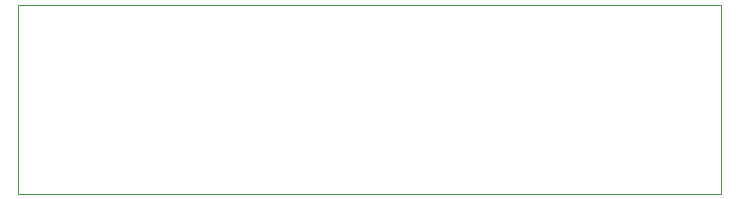
<source format=gbr>
%TF.GenerationSoftware,KiCad,Pcbnew,7.0.1*%
%TF.CreationDate,2023-04-20T14:42:13+09:00*%
%TF.ProjectId,dcc-adapter-board-kato-1.310-21mtc,6463632d-6164-4617-9074-65722d626f61,rev?*%
%TF.SameCoordinates,Original*%
%TF.FileFunction,Profile,NP*%
%FSLAX46Y46*%
G04 Gerber Fmt 4.6, Leading zero omitted, Abs format (unit mm)*
G04 Created by KiCad (PCBNEW 7.0.1) date 2023-04-20 14:42:13*
%MOMM*%
%LPD*%
G01*
G04 APERTURE LIST*
%TA.AperFunction,Profile*%
%ADD10C,0.100000*%
%TD*%
G04 APERTURE END LIST*
D10*
X63500000Y-25400000D02*
X123000000Y-25400000D01*
X123000000Y-41400000D01*
X63500000Y-41400000D01*
X63500000Y-25400000D01*
M02*

</source>
